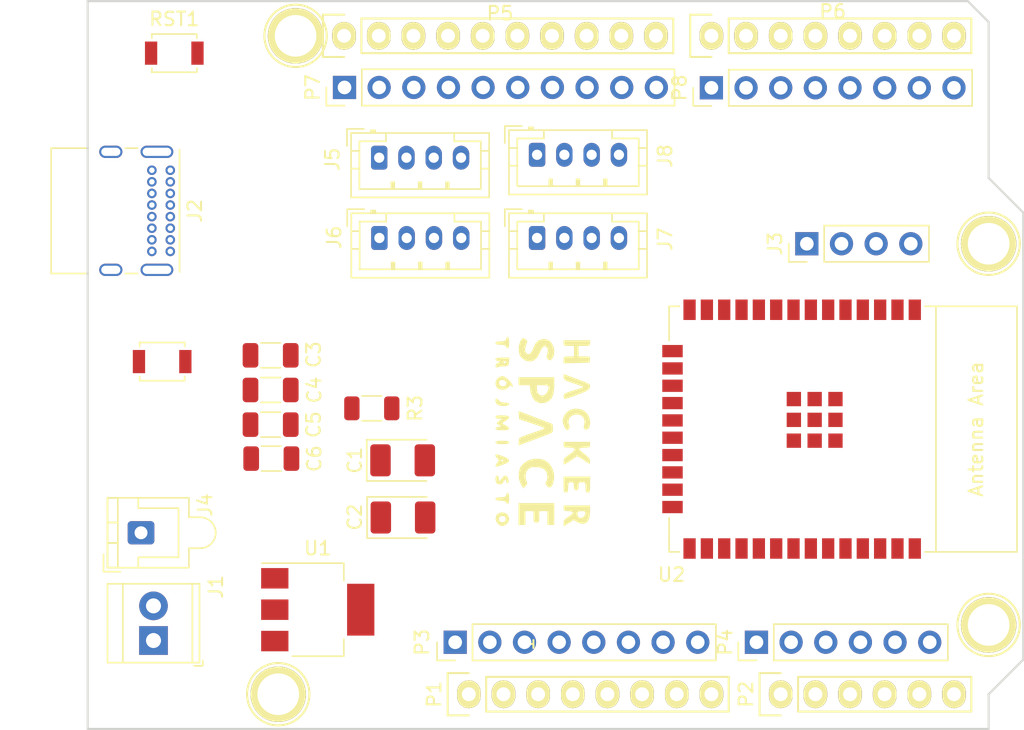
<source format=kicad_pcb>
(kicad_pcb (version 20211014) (generator pcbnew)
  (title_block (date "lun. 30 mars 2015"))
  (layers (0 "F.Cu" signal "Górna sygnałowa") (31 "B.Cu" signal "Dolna sygnałowa") (34 "B.Paste" user "Dolna pasty") (35 "F.Paste" user "Górna pasty") (36 "B.SilkS" user "B.Silkscreen") (37 "F.SilkS" user "F.Silkscreen") (38 "B.Mask" user "Dolna sodermaski") (39 "F.Mask" user "Górna soldermaski") (44 "Edge.Cuts" user "Krawędziowa"))
  (net 0 "")
  (net 1 "/IOREF")
  (net 2 "/Reset")
  (net 3 "+5V")
  (net 4 "GND")
  (net 6 "/A0")
  (net 7 "/A1")
  (net 8 "/A2")
  (net 9 "/A3")
  (net 10 "/AREF")
  (net 11 "/A4(SDA)")
  (net 12 "/A5(SCL)")
  (net 13 "/9(**)")
  (net 14 "/8")
  (net 15 "/7")
  (net 16 "/6(**)")
  (net 17 "/5(**)")
  (net 18 "/4")
  (net 19 "/3(**)")
  (net 20 "/2")
  (net 21 "/1(Tx)")
  (net 22 "/0(Rx)")
  (net 23 "/11(**{slash}MOSI)")
  (net 24 "/10(**{slash}SS)")
  (net 27 "/13(SCK)")
  (net 30 "+3V3")
  (net 31 "/12(MISO)")
  (net 32 "/Bootsel")
  (net 46 "/LED Data")
  (footprint "Socket_Arduino_Uno:Socket_Strip_Arduino_1x08" (layer "F.Cu") (at 138.938 123.825)
    (fp_text reference "P1" (at -2.54 0 90) (layer "F.SilkS"))
    (fp_text value "Power")
    (pad "1" thru_hole oval locked (at 0 0) (size 1.7272 2.032) (drill 1.016) (layers *.Cu *.Mask "F.SilkS"))
    (pad "2" thru_hole oval locked (at 2.54 0) (size 1.7272 2.032) (drill 1.016) (layers *.Cu *.Mask "F.SilkS") (net 1 "/IOREF"))
    (pad "3" thru_hole oval locked (at 5.08 0) (size 1.7272 2.032) (drill 1.016) (layers *.Cu *.Mask "F.SilkS") (net 2 "/Reset"))
    (pad "4" thru_hole oval locked (at 7.62 0) (size 1.7272 2.032) (drill 1.016) (layers *.Cu *.Mask "F.SilkS") (net 30 "+3V3"))
    (pad "5" thru_hole oval locked (at 10.16 0) (size 1.7272 2.032) (drill 1.016) (layers *.Cu *.Mask "F.SilkS") (net 3 "+5V"))
    (pad "6" thru_hole oval locked (at 12.7 0) (size 1.7272 2.032) (drill 1.016) (layers *.Cu *.Mask "F.SilkS") (net 4 "GND"))
    (pad "7" thru_hole oval locked (at 15.24 0) (size 1.7272 2.032) (drill 1.016) (layers *.Cu *.Mask "F.SilkS") (net 4 "GND"))
    (pad "8" thru_hole oval locked (at 17.78 0) (size 1.7272 2.032) (drill 1.016) (layers *.Cu *.Mask "F.SilkS") (net 3 "+5V"))
  )
  (footprint "Socket_Arduino_Uno:Socket_Strip_Arduino_1x06" (layer "F.Cu") (at 161.798 123.825)
    (fp_text reference "P2" (at -2.54 0 90) (layer "F.SilkS"))
    (fp_text value "Analog")
    (pad "1" thru_hole oval locked (at 0 0) (size 1.7272 2.032) (drill 1.016) (layers *.Cu *.Mask "F.SilkS") (net 6 "/A0"))
    (pad "2" thru_hole oval locked (at 2.54 0) (size 1.7272 2.032) (drill 1.016) (layers *.Cu *.Mask "F.SilkS") (net 7 "/A1"))
    (pad "3" thru_hole oval locked (at 5.08 0) (size 1.7272 2.032) (drill 1.016) (layers *.Cu *.Mask "F.SilkS") (net 8 "/A2"))
    (pad "4" thru_hole oval locked (at 7.62 0) (size 1.7272 2.032) (drill 1.016) (layers *.Cu *.Mask "F.SilkS") (net 9 "/A3"))
    (pad "5" thru_hole oval locked (at 10.16 0) (size 1.7272 2.032) (drill 1.016) (layers *.Cu *.Mask "F.SilkS") (net 11 "/A4(SDA)"))
    (pad "6" thru_hole oval locked (at 12.7 0) (size 1.7272 2.032) (drill 1.016) (layers *.Cu *.Mask "F.SilkS") (net 12 "/A5(SCL)"))
  )
  (footprint "Socket_Arduino_Uno:Socket_Strip_Arduino_1x10" (layer "F.Cu") (at 129.794 75.565)
    (fp_text reference "P5" (at 11.43 -1.651) (layer "F.SilkS"))
    (fp_text value "Digital")
    (pad "1" thru_hole oval locked (at 0 0) (size 1.7272 2.032) (drill 1.016) (layers *.Cu *.Mask "F.SilkS") (net 12 "/A5(SCL)"))
    (pad "2" thru_hole oval locked (at 2.54 0) (size 1.7272 2.032) (drill 1.016) (layers *.Cu *.Mask "F.SilkS") (net 11 "/A4(SDA)"))
    (pad "3" thru_hole oval locked (at 5.08 0) (size 1.7272 2.032) (drill 1.016) (layers *.Cu *.Mask "F.SilkS") (net 10 "/AREF"))
    (pad "4" thru_hole oval locked (at 7.62 0) (size 1.7272 2.032) (drill 1.016) (layers *.Cu *.Mask "F.SilkS") (net 4 "GND"))
    (pad "5" thru_hole oval locked (at 10.16 0) (size 1.7272 2.032) (drill 1.016) (layers *.Cu *.Mask "F.SilkS") (net 27 "/13(SCK)"))
    (pad "6" thru_hole oval locked (at 12.7 0) (size 1.7272 2.032) (drill 1.016) (layers *.Cu *.Mask "F.SilkS") (net 31 "/12(MISO)"))
    (pad "7" thru_hole oval locked (at 15.24 0) (size 1.7272 2.032) (drill 1.016) (layers *.Cu *.Mask "F.SilkS") (net 23 "/11(**{slash}MOSI)"))
    (pad "8" thru_hole oval locked (at 17.78 0) (size 1.7272 2.032) (drill 1.016) (layers *.Cu *.Mask "F.SilkS") (net 24 "/10(**{slash}SS)"))
    (pad "9" thru_hole oval locked (at 20.32 0) (size 1.7272 2.032) (drill 1.016) (layers *.Cu *.Mask "F.SilkS") (net 13 "/9(**)"))
    (pad "10" thru_hole oval locked (at 22.86 0) (size 1.7272 2.032) (drill 1.016) (layers *.Cu *.Mask "F.SilkS") (net 14 "/8"))
  )
  (footprint "Socket_Arduino_Uno:Socket_Strip_Arduino_1x08" (layer "F.Cu") (at 156.718 75.565)
    (fp_text reference "P6" (at 8.89 -1.778) (layer "F.SilkS"))
    (fp_text value "Digital")
    (pad "1" thru_hole oval locked (at 0 0) (size 1.7272 2.032) (drill 1.016) (layers *.Cu *.Mask "F.SilkS") (net 15 "/7"))
    (pad "2" thru_hole oval locked (at 2.54 0) (size 1.7272 2.032) (drill 1.016) (layers *.Cu *.Mask "F.SilkS") (net 16 "/6(**)"))
    (pad "3" thru_hole oval locked (at 5.08 0) (size 1.7272 2.032) (drill 1.016) (layers *.Cu *.Mask "F.SilkS") (net 17 "/5(**)"))
    (pad "4" thru_hole oval locked (at 7.62 0) (size 1.7272 2.032) (drill 1.016) (layers *.Cu *.Mask "F.SilkS") (net 18 "/4"))
    (pad "5" thru_hole oval locked (at 10.16 0) (size 1.7272 2.032) (drill 1.016) (layers *.Cu *.Mask "F.SilkS") (net 19 "/3(**)"))
    (pad "6" thru_hole oval locked (at 12.7 0) (size 1.7272 2.032) (drill 1.016) (layers *.Cu *.Mask "F.SilkS") (net 20 "/2"))
    (pad "7" thru_hole oval locked (at 15.24 0) (size 1.7272 2.032) (drill 1.016) (layers *.Cu *.Mask "F.SilkS") (net 21 "/1(Tx)"))
    (pad "8" thru_hole oval locked (at 17.78 0) (size 1.7272 2.032) (drill 1.016) (layers *.Cu *.Mask "F.SilkS") (net 22 "/0(Rx)"))
  )
  (footprint "Socket_Arduino_Uno:Arduino_1pin" (layer "F.Cu") (at 124.968 123.825)
    (fp_text reference "P9" hide)
    (fp_text value "CONN_01X01" hide)
    (pad "1" thru_hole circle locked (at 0 0) (size 4.064 4.064) (drill 3.048) (layers *.Cu *.Mask "F.SilkS"))
  )
  (footprint "Socket_Arduino_Uno:Arduino_1pin" (layer "F.Cu") (at 177.038 118.745)
    (fp_text reference "P10" hide)
    (fp_text value "CONN_01X01" hide)
    (pad "1" thru_hole circle locked (at 0 0) (size 4.064 4.064) (drill 3.048) (layers *.Cu *.Mask "F.SilkS"))
  )
  (footprint "Socket_Arduino_Uno:Arduino_1pin" (layer "F.Cu") (at 126.238 75.565)
    (fp_text reference "P11" hide)
    (fp_text value "CONN_01X01" hide)
    (pad "1" thru_hole circle locked (at 0 0) (size 4.064 4.064) (drill 3.048) (layers *.Cu *.Mask "F.SilkS"))
  )
  (footprint "Socket_Arduino_Uno:Arduino_1pin" (layer "F.Cu") (at 177.038 90.805)
    (fp_text reference "P12" hide)
    (fp_text value "CONN_01X01" hide)
    (pad "1" thru_hole circle locked (at 0 0) (size 4.064 4.064) (drill 3.048) (layers *.Cu *.Mask "F.SilkS"))
  )
  (footprint "Connector_PinHeader_2.54mm:PinHeader_1x10_P2.54mm_Vertical" (layer "F.Cu") (at 129.824 79.35 90)
    (fp_text reference "P7" (at 0 -2.33 90) (layer "F.SilkS"))
    (fp_text value "Digital")
    (pad "1" thru_hole rect (at 0 0 90) (size 1.7 1.7) (drill 1) (layers *.Cu *.Mask) (net 12 "/A5(SCL)"))
    (pad "2" thru_hole oval (at 0 2.54 90) (size 1.7 1.7) (drill 1) (layers *.Cu *.Mask) (net 11 "/A4(SDA)"))
    (pad "3" thru_hole oval (at 0 5.08 90) (size 1.7 1.7) (drill 1) (layers *.Cu *.Mask) (net 10 "/AREF"))
    (pad "4" thru_hole oval (at 0 7.62 90) (size 1.7 1.7) (drill 1) (layers *.Cu *.Mask) (net 4 "GND"))
    (pad "5" thru_hole oval (at 0 10.16 90) (size 1.7 1.7) (drill 1) (layers *.Cu *.Mask) (net 27 "/13(SCK)"))
    (pad "6" thru_hole oval (at 0 12.7 90) (size 1.7 1.7) (drill 1) (layers *.Cu *.Mask) (net 31 "/12(MISO)"))
    (pad "7" thru_hole oval (at 0 15.24 90) (size 1.7 1.7) (drill 1) (layers *.Cu *.Mask) (net 23 "/11(**{slash}MOSI)"))
    (pad "8" thru_hole oval (at 0 17.78 90) (size 1.7 1.7) (drill 1) (layers *.Cu *.Mask) (net 24 "/10(**{slash}SS)"))
    (pad "9" thru_hole oval (at 0 20.32 90) (size 1.7 1.7) (drill 1) (layers *.Cu *.Mask) (net 13 "/9(**)"))
    (pad "10" thru_hole oval (at 0 22.86 90) (size 1.7 1.7) (drill 1) (layers *.Cu *.Mask) (net 14 "/8"))
  )
  (footprint "TerminalBlock_TE-Connectivity:TerminalBlock_TE_282834-2_1x02_P2.54mm_Horizontal" (layer "F.Cu") (at 115.824 119.888 90)
    (property "Reference" "J1")
    (property "Value" "Conn_01x02")
    (fp_text reference "J1" (at 3.937 4.572 90) (layer "F.SilkS"))
    (fp_text value "LED +5V")
    (pad "1" thru_hole rect (at 0 0 90) (size 2.1 2.1) (drill 1.1) (layers *.Cu *.Mask) (net 3 "+5V"))
    (pad "2" thru_hole circle (at 2.54 0 90) (size 2.1 2.1) (drill 1.1) (layers *.Cu *.Mask) (net 4 "GND"))
  )
  (footprint "Capacitor_Tantalum_SMD:CP_EIA-3528-12_Kemet-T_Pad1.50x2.35mm_HandSolder" (layer "F.Cu") (at 134.112 110.871)
    (fp_text reference "C2" (at -3.5306 -0.0254 90) (layer "F.SilkS"))
    (fp_text value "22uF")
    (pad "1" smd roundrect (at -1.625 0) (size 1.5 2.35) (layers "F.Cu" "F.Paste" "F.Mask") (roundrect_rratio 0.166667) (net 30 "+3V3"))
    (pad "2" smd roundrect (at 1.625 0) (size 1.5 2.35) (layers "F.Cu" "F.Paste" "F.Mask") (roundrect_rratio 0.166667) (net 4 "GND"))
  )
  (footprint "Capacitor_SMD:C_1206_3216Metric" (layer "F.Cu") (at 124.4092 101.5238)
    (fp_text reference "C4" (at 3.2004 0 90) (layer "F.SilkS"))
    (fp_text value "100nF")
    (pad "1" smd roundrect (at -1.475 0) (size 1.15 1.8) (layers "F.Cu" "F.Paste" "F.Mask") (roundrect_rratio 0.217391) (net 30 "+3V3"))
    (pad "2" smd roundrect (at 1.475 0) (size 1.15 1.8) (layers "F.Cu" "F.Paste" "F.Mask") (roundrect_rratio 0.217391) (net 4 "GND"))
  )
  (footprint "Connector_PinHeader_2.54mm:PinHeader_1x08_P2.54mm_Vertical" (layer "F.Cu") (at 137.937 120.015 90)
    (fp_text reference "P3" (at 0 -2.428 90) (layer "F.SilkS"))
    (fp_text value "Power")
    (pad "1" thru_hole rect (at 0 0 90) (size 1.7 1.7) (drill 1) (layers *.Cu *.Mask))
    (pad "2" thru_hole oval (at 0 2.54 90) (size 1.7 1.7) (drill 1) (layers *.Cu *.Mask) (net 1 "/IOREF"))
    (pad "3" thru_hole oval (at 0 5.08 90) (size 1.7 1.7) (drill 1) (layers *.Cu *.Mask))
    (pad "4" thru_hole oval (at 0 7.62 90) (size 1.7 1.7) (drill 1) (layers *.Cu *.Mask) (net 30 "+3V3"))
    (pad "5" thru_hole oval (at 0 10.16 90) (size 1.7 1.7) (drill 1) (layers *.Cu *.Mask) (net 3 "+5V"))
    (pad "6" thru_hole oval (at 0 12.7 90) (size 1.7 1.7) (drill 1) (layers *.Cu *.Mask) (net 4 "GND"))
    (pad "7" thru_hole oval (at 0 15.24 90) (size 1.7 1.7) (drill 1) (layers *.Cu *.Mask) (net 4 "GND"))
    (pad "8" thru_hole oval (at 0 17.78 90) (size 1.7 1.7) (drill 1) (layers *.Cu *.Mask) (net 3 "+5V"))
  )
  (footprint "Connector_JST:JST_PH_B4B-PH-K_1x04_P2.00mm_Vertical" (layer "F.Cu") (at 143.939 90.382)
    (fp_text reference "J7" (at 9.382 0.085 90) (layer "F.SilkS"))
    (fp_text value "I2C Header")
    (pad "1" thru_hole roundrect (at 0 0) (size 1.2 1.75) (drill 0.75) (layers *.Cu *.Mask) (roundrect_rratio 0.208333) (net 30 "+3V3"))
    (pad "2" thru_hole oval (at 2 0) (size 1.2 1.75) (drill 0.75) (layers *.Cu *.Mask) (net 4 "GND"))
    (pad "3" thru_hole oval (at 4 0) (size 1.2 1.75) (drill 0.75) (layers *.Cu *.Mask) (net 12 "/A5(SCL)"))
    (pad "4" thru_hole oval (at 6 0) (size 1.2 1.75) (drill 0.75) (layers *.Cu *.Mask) (net 11 "/A4(SDA)"))
  )
  (footprint "Button_Switch_SMD:SW_SPST_B3U-1000P" (layer "F.Cu") (at 117.348 76.835)
    (fp_text reference "RST1" (at 0 -2.5) (layer "F.SilkS"))
    (fp_text value "Reset")
    (pad "1" smd rect (at -1.7 0) (size 0.9 1.7) (layers "F.Cu" "F.Paste" "F.Mask") (net 4 "GND"))
    (pad "2" smd rect (at 1.7 0) (size 0.9 1.7) (layers "F.Cu" "F.Paste" "F.Mask") (net 2 "/Reset"))
  )
  (footprint "Capacitor_SMD:C_1206_3216Metric" (layer "F.Cu") (at 124.4092 98.9838)
    (fp_text reference "C3" (at 3.1496 -0.0508 90) (layer "F.SilkS"))
    (fp_text value "10u")
    (pad "1" smd roundrect (at -1.475 0) (size 1.15 1.8) (layers "F.Cu" "F.Paste" "F.Mask") (roundrect_rratio 0.217391) (net 30 "+3V3"))
    (pad "2" smd roundrect (at 1.475 0) (size 1.15 1.8) (layers "F.Cu" "F.Paste" "F.Mask") (roundrect_rratio 0.217391) (net 4 "GND"))
  )
  (footprint "Capacitor_SMD:C_1206_3216Metric" (layer "F.Cu") (at 124.4092 104.0638)
    (fp_text reference "C5" (at 3.1496 0 90) (layer "F.SilkS"))
    (fp_text value "100nF")
    (pad "1" smd roundrect (at -1.475 0) (size 1.15 1.8) (layers "F.Cu" "F.Paste" "F.Mask") (roundrect_rratio 0.217391) (net 2 "/Reset"))
    (pad "2" smd roundrect (at 1.475 0) (size 1.15 1.8) (layers "F.Cu" "F.Paste" "F.Mask") (roundrect_rratio 0.217391) (net 4 "GND"))
  )
  (footprint "Button_Switch_SMD:SW_SPST_B3U-1000P" (layer "F.Cu") (at 116.459 99.441)
    (fp_text reference "BOOT1" hide)
    (fp_text value "Boot Option")
    (pad "1" smd rect (at -1.7 0) (size 0.9 1.7) (layers "F.Cu" "F.Paste" "F.Mask") (net 4 "GND"))
    (pad "2" smd rect (at 1.7 0) (size 0.9 1.7) (layers "F.Cu" "F.Paste" "F.Mask") (net 32 "/Bootsel"))
  )
  (footprint "Connector_JST:JST_PH_B4B-PH-K_1x04_P2.00mm_Vertical" (layer "F.Cu") (at 132.366 84.498)
    (fp_text reference "J5" (at -3.429 0.127 90) (layer "F.SilkS"))
    (fp_text value "I2C Header")
    (pad "1" thru_hole roundrect (at 0 0) (size 1.2 1.75) (drill 0.75) (layers *.Cu *.Mask) (roundrect_rratio 0.208333) (net 30 "+3V3"))
    (pad "2" thru_hole oval (at 2 0) (size 1.2 1.75) (drill 0.75) (layers *.Cu *.Mask) (net 4 "GND"))
    (pad "3" thru_hole oval (at 4 0) (size 1.2 1.75) (drill 0.75) (layers *.Cu *.Mask) (net 12 "/A5(SCL)"))
    (pad "4" thru_hole oval (at 6 0) (size 1.2 1.75) (drill 0.75) (layers *.Cu *.Mask) (net 11 "/A4(SDA)"))
  )
  (footprint "Connector_PinHeader_2.54mm:PinHeader_1x08_P2.54mm_Vertical" (layer "F.Cu") (at 156.718 79.375 90)
    (fp_text reference "P8" (at 0 -2.33 90) (layer "F.SilkS"))
    (fp_text value "Digital")
    (pad "1" thru_hole rect (at 0 0 90) (size 1.7 1.7) (drill 1) (layers *.Cu *.Mask) (net 15 "/7"))
    (pad "2" thru_hole oval (at 0 2.54 90) (size 1.7 1.7) (drill 1) (layers *.Cu *.Mask) (net 16 "/6(**)"))
    (pad "3" thru_hole oval (at 0 5.08 90) (size 1.7 1.7) (drill 1) (layers *.Cu *.Mask) (net 17 "/5(**)"))
    (pad "4" thru_hole oval (at 0 7.62 90) (size 1.7 1.7) (drill 1) (layers *.Cu *.Mask) (net 18 "/4"))
    (pad "5" thru_hole oval (at 0 10.16 90) (size 1.7 1.7) (drill 1) (layers *.Cu *.Mask) (net 19 "/3(**)"))
    (pad "6" thru_hole oval (at 0 12.7 90) (size 1.7 1.7) (drill 1) (layers *.Cu *.Mask) (net 20 "/2"))
    (pad "7" thru_hole oval (at 0 15.24 90) (size 1.7 1.7) (drill 1) (layers *.Cu *.Mask) (net 21 "/1(Tx)"))
    (pad "8" thru_hole oval (at 0 17.78 90) (size 1.7 1.7) (drill 1) (layers *.Cu *.Mask) (net 22 "/0(Rx)"))
  )
  (footprint "Connector_JST:JST_PH_B4B-PH-K_1x04_P2.00mm_Vertical" (layer "F.Cu") (at 143.939 84.286)
    (fp_text reference "J8" (at 9.382 0.085 270) (layer "F.SilkS"))
    (fp_text value "I2C Header")
    (pad "1" thru_hole roundrect (at 0 0) (size 1.2 1.75) (drill 0.75) (layers *.Cu *.Mask) (roundrect_rratio 0.208333) (net 30 "+3V3"))
    (pad "2" thru_hole oval (at 2 0) (size 1.2 1.75) (drill 0.75) (layers *.Cu *.Mask) (net 4 "GND"))
    (pad "3" thru_hole oval (at 4 0) (size 1.2 1.75) (drill 0.75) (layers *.Cu *.Mask) (net 12 "/A5(SCL)"))
    (pad "4" thru_hole oval (at 6 0) (size 1.2 1.75) (drill 0.75) (layers *.Cu *.Mask) (net 11 "/A4(SDA)"))
  )
  (footprint "Connector_PinHeader_2.54mm:PinHeader_1x06_P2.54mm_Vertical" (layer "F.Cu") (at 160.02 120.015 90)
    (fp_text reference "P4" (at 0 -2.286 90) (layer "F.SilkS"))
    (fp_text value "Analog")
    (pad "1" thru_hole rect (at 0 0 90) (size 1.7 1.7) (drill 1) (layers *.Cu *.Mask) (net 6 "/A0"))
    (pad "2" thru_hole oval (at 0 2.54 90) (size 1.7 1.7) (drill 1) (layers *.Cu *.Mask) (net 7 "/A1"))
    (pad "3" thru_hole oval (at 0 5.08 90) (size 1.7 1.7) (drill 1) (layers *.Cu *.Mask) (net 8 "/A2"))
    (pad "4" thru_hole oval (at 0 7.62 90) (size 1.7 1.7) (drill 1) (layers *.Cu *.Mask) (net 9 "/A3"))
    (pad "5" thru_hole oval (at 0 10.16 90) (size 1.7 1.7) (drill 1) (layers *.Cu *.Mask) (net 11 "/A4(SDA)"))
    (pad "6" thru_hole oval (at 0 12.7 90) (size 1.7 1.7) (drill 1) (layers *.Cu *.Mask) (net 12 "/A5(SCL)"))
  )
  (footprint "Connector_JST:JST_PH_B4B-PH-K_1x04_P2.00mm_Vertical" (layer "F.Cu") (at 132.382 90.382)
    (fp_text reference "J6" (at -3.318 -0.042 90) (layer "F.SilkS"))
    (fp_text value "I2C Header")
    (pad "1" thru_hole roundrect (at 0 0) (size 1.2 1.75) (drill 0.75) (layers *.Cu *.Mask) (roundrect_rratio 0.208333) (net 30 "+3V3"))
    (pad "2" thru_hole oval (at 2 0) (size 1.2 1.75) (drill 0.75) (layers *.Cu *.Mask) (net 4 "GND"))
    (pad "3" thru_hole oval (at 4 0) (size 1.2 1.75) (drill 0.75) (layers *.Cu *.Mask) (net 12 "/A5(SCL)"))
    (pad "4" thru_hole oval (at 6 0) (size 1.2 1.75) (drill 0.75) (layers *.Cu *.Mask) (net 11 "/A4(SDA)"))
  )
  (footprint "LOGO" (layer "F.Cu") (at 144.272 104.648 -90)
    (fp_text reference "G***" hide)
    (fp_text value "LOGO" hide)
  )
  (footprint "Package_TO_SOT_SMD:SOT-223-3_TabPin2" (layer "F.Cu") (at 127.8636 117.6274)
    (fp_text reference "U1" (at 0 -4.5) (layer "F.SilkS"))
    (fp_text value "AMS1117-3.3")
    (pad "1" smd rect (at -3.15 -2.3) (size 2 1.5) (layers "F.Cu" "F.Paste" "F.Mask") (net 4 "GND"))
    (pad "2" smd rect (at 3.15 0) (size 2 3.8) (layers "F.Cu" "F.Paste" "F.Mask") (net 30 "+3V3"))
    (pad "2" smd rect (at -3.15 0) (size 2 1.5) (layers "F.Cu" "F.Paste" "F.Mask") (net 30 "+3V3"))
    (pad "3" smd rect (at -3.15 2.3) (size 2 1.5) (layers "F.Cu" "F.Paste" "F.Mask") (net 3 "+5V"))
  )
  (footprint "Espressif:ESP32-WROOM-32E" (layer "F.Cu") (at 164.616 104.394 -90)
    (fp_text reference "U2" (at 10.668 10.819 180) (layer "F.SilkS"))
    (fp_text value "ESP32-WROOM-32E")
    (fp_text user "Antenna Area" (at 0 -11.5 90) (layer "F.SilkS"))
    (pad "1" smd rect (at -8.75 -7.01 270) (size 1.5 0.9) (layers "F.Cu" "F.Paste" "F.Mask") (net 4 "GND"))
    (pad "2" smd rect (at -8.75 -5.74 270) (size 1.5 0.9) (layers "F.Cu" "F.Paste" "F.Mask") (net 30 "+3V3"))
    (pad "3" smd rect (at -8.75 -4.47 270) (size 1.5 0.9) (layers "F.Cu" "F.Paste" "F.Mask") (net 2 "/Reset"))
    (pad "4" smd rect (at -8.75 -3.2 270) (size 1.5 0.9) (layers "F.Cu" "F.Paste" "F.Mask") (net 8 "/A2"))
    (pad "5" smd rect (at -8.75 -1.93 270) (size 1.5 0.9) (layers "F.Cu" "F.Paste" "F.Mask") (net 9 "/A3"))
    (pad "6" smd rect (at -8.75 -0.66 270) (size 1.5 0.9) (layers "F.Cu" "F.Paste" "F.Mask") (net 6 "/A0"))
    (pad "7" smd rect (at -8.75 0.61 270) (size 1.5 0.9) (layers "F.Cu" "F.Paste" "F.Mask") (net 7 "/A1"))
    (pad "8" smd rect (at -8.75 1.88 270) (size 1.5 0.9) (layers "F.Cu" "F.Paste" "F.Mask"))
    (pad "9" smd rect (at -8.75 3.15 270) (size 1.5 0.9) (layers "F.Cu" "F.Paste" "F.Mask"))
    (pad "10" smd rect (at -8.75 4.42 270) (size 1.5 0.9) (layers "F.Cu" "F.Paste" "F.Mask") (net 31 "/12(MISO)"))
    (pad "11" smd rect (at -8.75 5.69 270) (size 1.5 0.9) (layers "F.Cu" "F.Paste" "F.Mask") (net 27 "/13(SCK)"))
    (pad "12" smd rect (at -8.75 6.96 270) (size 1.5 0.9) (layers "F.Cu" "F.Paste" "F.Mask") (net 46 "/LED Data"))
    (pad "13" smd rect (at -8.75 8.23 270) (size 1.5 0.9) (layers "F.Cu" "F.Paste" "F.Mask") (net 11 "/A4(SDA)"))
    (pad "14" smd rect (at -8.75 9.5 270) (size 1.5 0.9) (layers "F.Cu" "F.Paste" "F.Mask"))
    (pad "15" smd rect (at -5.72 10.75) (size 1.5 0.9) (layers "F.Cu" "F.Paste" "F.Mask") (net 4 "GND"))
    (pad "16" smd rect (at -4.45 10.75) (size 1.5 0.9) (layers "F.Cu" "F.Paste" "F.Mask"))
    (pad "17" smd rect (at -3.18 10.75) (size 1.5 0.9) (layers "F.Cu" "F.Paste" "F.Mask"))
    (pad "18" smd rect (at -1.91 10.75) (size 1.5 0.9) (layers "F.Cu" "F.Paste" "F.Mask"))
    (pad "19" smd rect (at -0.64 10.75) (size 1.5 0.9) (layers "F.Cu" "F.Paste" "F.Mask"))
    (pad "20" smd rect (at 0.63 10.75) (size 1.5 0.9) (layers "F.Cu" "F.Paste" "F.Mask"))
    (pad "21" smd rect (at 1.9 10.75) (size 1.5 0.9) (layers "F.Cu" "F.Paste" "F.Mask"))
    (pad "22" smd rect (at 3.17 10.75) (size 1.5 0.9) (layers "F.Cu" "F.Paste" "F.Mask"))
    (pad "23" smd rect (at 4.44 10.75) (size 1.5 0.9) (layers "F.Cu" "F.Paste" "F.Mask") (net 12 "/A5(SCL)"))
    (pad "24" smd rect (at 5.71 10.75) (size 1.5 0.9) (layers "F.Cu" "F.Paste" "F.Mask") (net 20 "/2"))
    (pad "25" smd rect (at 8.75 9.5 90) (size 1.5 0.9) (layers "F.Cu" "F.Paste" "F.Mask") (net 32 "/Bootsel"))
    (pad "26" smd rect (at 8.75 8.23 90) (size 1.5 0.9) (layers "F.Cu" "F.Paste" "F.Mask") (net 19 "/3(**)"))
    (pad "27" smd rect (at 8.75 6.96 90) (size 1.5 0.9) (layers "F.Cu" "F.Paste" "F.Mask") (net 17 "/5(**)"))
    (pad "28" smd rect (at 8.75 5.69 90) (size 1.5 0.9) (layers "F.Cu" "F.Paste" "F.Mask") (net 16 "/6(**)"))
    (pad "29" smd rect (at 8.75 4.42 90) (size 1.5 0.9) (layers "F.Cu" "F.Paste" "F.Mask") (net 18 "/4"))
    (pad "30" smd rect (at 8.75 3.15 90) (size 1.5 0.9) (layers "F.Cu" "F.Paste" "F.Mask") (net 15 "/7"))
    (pad "31" smd rect (at 8.75 1.88 90) (size 1.5 0.9) (layers "F.Cu" "F.Paste" "F.Mask") (net 14 "/8"))
    (pad "32" smd rect (at 8.75 0.61 90) (size 1.5 0.9) (layers "F.Cu" "F.Paste" "F.Mask"))
    (pad "33" smd rect (at 8.75 -0.66 90) (size 1.5 0.9) (layers "F.Cu" "F.Paste" "F.Mask") (net 13 "/9(**)"))
    (pad "34" smd rect (at 8.75 -1.93 90) (size 1.5 0.9) (layers "F.Cu" "F.Paste" "F.Mask") (net 22 "/0(Rx)"))
    (pad "35" smd rect (at 8.75 -3.2 90) (size 1.5 0.9) (layers "F.Cu" "F.Paste" "F.Mask") (net 21 "/1(Tx)"))
    (pad "36" smd rect (at 8.75 -4.47 90) (size 1.5 0.9) (layers "F.Cu" "F.Paste" "F.Mask") (net 24 "/10(**{slash}SS)"))
    (pad "37" smd rect (at 8.75 -5.74 90) (size 1.5 0.9) (layers "F.Cu" "F.Paste" "F.Mask") (net 23 "/11(**{slash}MOSI)"))
    (pad "38" smd rect (at 8.75 -7.01 90) (size 1.5 0.9) (layers "F.Cu" "F.Paste" "F.Mask") (net 4 "GND"))
    (pad "39" smd rect (at -0.68 0.33 90) (size 1.05 1.05) (layers "F.Cu" "F.Paste" "F.Mask"))
    (pad "39" smd rect (at -2.205 -1.195 90) (size 1.05 1.05) (layers "F.Cu" "F.Paste" "F.Mask"))
    (pad "39" smd rect (at 0.845 1.855 90) (size 1.05 1.05) (layers "F.Cu" "F.Paste" "F.Mask"))
    (pad "39" smd rect (at 0.845 -1.195 90) (size 1.05 1.05) (layers "F.Cu" "F.Paste" "F.Mask"))
    (pad "39" smd rect (at 0.845 0.33 90) (size 1.05 1.05) (layers "F.Cu" "F.Paste" "F.Mask"))
    (pad "39" smd rect (at -2.205 1.855 90) (size 1.05 1.05) (layers "F.Cu" "F.Paste" "F.Mask"))
    (pad "39" smd rect (at -0.68 -1.195 90) (size 1.05 1.05) (layers "F.Cu" "F.Paste" "F.Mask"))
    (pad "39" smd rect (at -2.205 0.33 90) (size 1.05 1.05) (layers "F.Cu" "F.Paste" "F.Mask"))
    (pad "39" smd rect (at -0.68 1.855 90) (size 1.05 1.05) (layers "F.Cu" "F.Paste" "F.Mask"))
  )
  (footprint "Capacitor_SMD:C_1206_3216Metric" (layer "F.Cu") (at 124.46 106.553)
    (fp_text reference "C6" (at 3.1496 0 90) (layer "F.SilkS"))
    (fp_text value "100nF")
    (pad "1" smd roundrect (at -1.475 0) (size 1.15 1.8) (layers "F.Cu" "F.Paste" "F.Mask") (roundrect_rratio 0.217391) (net 2 "/Reset"))
    (pad "2" smd roundrect (at 1.475 0) (size 1.15 1.8) (layers "F.Cu" "F.Paste" "F.Mask") (roundrect_rratio 0.217391) (net 4 "GND"))
  )
  (footprint "Capacitor_Tantalum_SMD:CP_EIA-3528-12_Kemet-T_Pad1.50x2.35mm_HandSolder" (layer "F.Cu") (at 134.0866 106.68)
    (fp_text reference "C1" (at -3.5052 0 90) (layer "F.SilkS"))
    (fp_text value "22uF")
    (pad "1" smd roundrect (at -1.625 0) (size 1.5 2.35) (layers "F.Cu" "F.Paste" "F.Mask") (roundrect_rratio 0.166667) (net 3 "+5V"))
    (pad "2" smd roundrect (at 1.625 0) (size 1.5 2.35) (layers "F.Cu" "F.Paste" "F.Mask") (roundrect_rratio 0.166667) (net 4 "GND"))
  )
  (footprint "Resistor_SMD:R_1206_3216Metric" (layer "F.Cu") (at 131.826 102.87)
    (fp_text reference "R3" (at 3.175 0 90) (layer "F.SilkS"))
    (fp_text value "10k")
    (pad "1" smd roundrect (at -1.4625 0) (size 1.125 1.75) (layers "F.Cu" "F.Paste" "F.Mask") (roundrect_rratio 0.222222) (net 30 "+3V3"))
    (pad "2" smd roundrect (at 1.4625 0) (size 1.125 1.75) (layers "F.Cu" "F.Paste" "F.Mask") (roundrect_rratio 0.222222) (net 2 "/Reset"))
  )
  (footprint "Connector_PinHeader_2.54mm:PinHeader_1x04_P2.54mm_Vertical" (layer "F.Cu") (at 163.713 90.805 90)
    (fp_text reference "J3" (at 0 -2.33 90) (layer "F.SilkS"))
    (fp_text value "Serial")
    (pad "1" thru_hole rect (at 0 0 90) (size 1.7 1.7) (drill 1) (layers *.Cu *.Mask) (net 30 "+3V3"))
    (pad "2" thru_hole oval (at 0 2.54 90) (size 1.7 1.7) (drill 1) (layers *.Cu *.Mask) (net 21 "/1(Tx)"))
    (pad "3" thru_hole oval (at 0 5.08 90) (size 1.7 1.7) (drill 1) (layers *.Cu *.Mask) (net 22 "/0(Rx)"))
    (pad "4" thru_hole oval (at 0 7.62 90) (size 1.7 1.7) (drill 1) (layers *.Cu *.Mask) (net 4 "GND"))
  )
  (footprint "Connector_JST:JST_XH_B1B-XH-AM_1x01_P2.50mm_Vertical" (layer "F.Cu") (at 114.9096 111.9886 90)
    (fp_text reference "J4" (at 2.032 4.699 90) (layer "F.SilkS"))
    (fp_text value "LED Data")
    (pad "" np_thru_hole circle (at 0 4.35 90) (size 1.75 1.75) (drill 1.75) (layers *.Cu *.Mask))
    (pad "1" thru_hole roundrect (at 0 0 90) (size 1.7 1.95) (drill 0.95) (layers *.Cu *.Mask) (roundrect_rratio 0.147059) (net 46 "/LED Data"))
  )
  (footprint "Connector_USB:USB_C_Receptacle_GCT_USB4085" (layer "F.Cu") (at 117.055 85.417 -90)
    (fp_text reference "J2" (at 2.975 -1.8 90) (layer "F.SilkS"))
    (fp_text value "USB_C_Receptacle_USB2.0")
    (pad "A1" thru_hole circle (at 0 0 270) (size 0.7 0.7) (drill 0.4) (layers *.Cu *.Mask))
    (pad "A4" thru_hole circle (at 0.85 0 270) (size 0.7 0.7) (drill 0.4) (layers *.Cu *.Mask))
    (pad "A5" thru_hole circle (at 1.7 0 270) (size 0.7 0.7) (drill 0.4) (layers *.Cu *.Mask))
    (pad "A6" thru_hole circle (at 2.55 0 270) (size 0.7 0.7) (drill 0.4) (layers *.Cu *.Mask))
    (pad "A7" thru_hole circle (at 3.4 0 270) (size 0.7 0.7) (drill 0.4) (layers *.Cu *.Mask))
    (pad "A8" thru_hole circle (at 4.25 0 270) (size 0.7 0.7) (drill 0.4) (layers *.Cu *.Mask))
    (pad "A9" thru_hole circle (at 5.1 0 270) (size 0.7 0.7) (drill 0.4) (layers *.Cu *.Mask))
    (pad "A12" thru_hole circle (at 5.95 0 270) (size 0.7 0.7) (drill 0.4) (layers *.Cu *.Mask))
    (pad "B1" thru_hole circle (at 5.95 1.35 270) (size 0.7 0.7) (drill 0.4) (layers *.Cu *.Mask))
    (pad "B4" thru_hole circle (at 5.1 1.35 270) (size 0.7 0.7) (drill 0.4) (layers *.Cu *.Mask))
    (pad "B5" thru_hole circle (at 4.25 1.35 270) (size 0.7 0.7) (drill 0.4) (layers *.Cu *.Mask))
    (pad "B6" thru_hole circle (at 3.4 1.35 270) (size 0.7 0.7) (drill 0.4) (layers *.Cu *.Mask))
    (pad "B7" thru_hole circle (at 2.55 1.35 270) (size 0.7 0.7) (drill 0.4) (layers *.Cu *.Mask))
    (pad "B8" thru_hole circle (at 1.7 1.35 270) (size 0.7 0.7) (drill 0.4) (layers *.Cu *.Mask))
    (pad "B9" thru_hole circle (at 0.85 1.35 270) (size 0.7 0.7) (drill 0.4) (layers *.Cu *.Mask))
    (pad "B12" thru_hole circle (at 0 1.35 270) (size 0.7 0.7) (drill 0.4) (layers *.Cu *.Mask))
    (pad "S1" thru_hole oval (at -1.35 4.36 270) (size 0.9 1.7) (drill oval 0.6 1.4) (layers *.Cu *.Mask))
    (pad "S1" thru_hole oval (at 7.3 0.98 270) (size 0.9 2.4) (drill oval 0.6 2.1) (layers *.Cu *.Mask))
    (pad "S1" thru_hole oval (at -1.35 0.98 270) (size 0.9 2.4) (drill oval 0.6 2.1) (layers *.Cu *.Mask))
    (pad "S1" thru_hole oval (at 7.3 4.36 270) (size 0.9 1.7) (drill oval 0.6 1.4) (layers *.Cu *.Mask))
  )
  (gr_line (start 179.578 88.519) (end 177.038 85.979) (layer "Edge.Cuts") (width 0.15))
  (gr_line (start 177.038 126.365) (end 177.038 123.825) (layer "Edge.Cuts") (width 0.15))
  (gr_line (start 177.038 74.549) (end 175.514 73.025) (layer "Edge.Cuts") (width 0.15))
  (gr_line (start 177.038 123.825) (end 179.578 121.285) (layer "Edge.Cuts") (width 0.15))
  (gr_line (start 110.998 73.025) (end 110.998 126.365) (layer "Edge.Cuts") (width 0.15))
  (gr_line (start 179.578 121.285) (end 179.578 88.519) (layer "Edge.Cuts") (width 0.15))
  (gr_line (start 110.998 126.365) (end 177.038 126.365) (layer "Edge.Cuts") (width 0.15))
  (gr_line (start 175.514 73.025) (end 110.998 73.025) (layer "Edge.Cuts") (width 0.15))
  (gr_line (start 177.038 85.979) (end 177.038 74.549) (layer "Edge.Cuts") (width 0.15))
  (gr_text "1" (at 143.2165 120.142 90) (layer "F.SilkS") (effects (font (size 1 1))))
)
</source>
